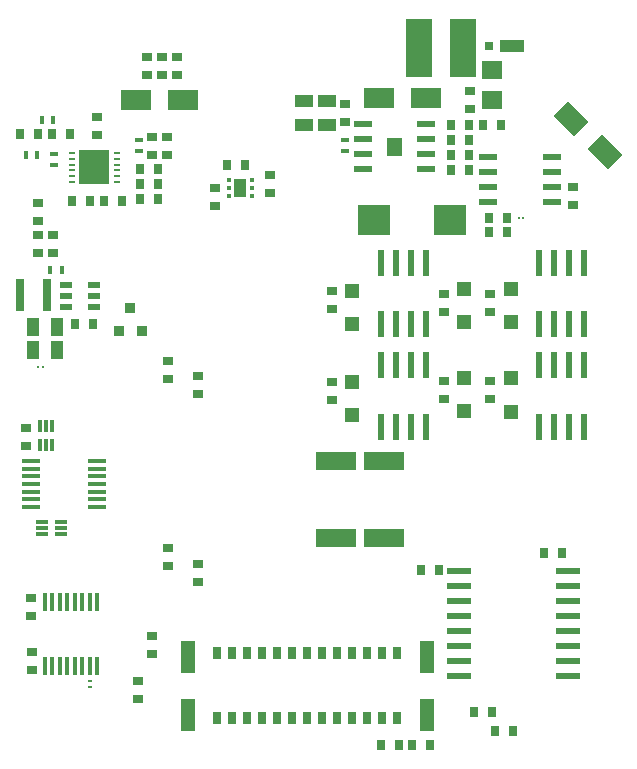
<source format=gbp>
G04*
G04 #@! TF.GenerationSoftware,Altium Limited,Altium Designer,22.0.2 (36)*
G04*
G04 Layer_Color=128*
%FSLAX25Y25*%
%MOIN*%
G70*
G04*
G04 #@! TF.SameCoordinates,03AFB46A-AB1F-498B-8AA6-452B2CF56A70*
G04*
G04*
G04 #@! TF.FilePolarity,Positive*
G04*
G01*
G75*
%ADD26R,0.03500X0.03000*%
%ADD29R,0.09843X0.06693*%
%ADD33R,0.04000X0.06000*%
%ADD35R,0.03000X0.03500*%
%ADD36R,0.10984X0.10118*%
%ADD44R,0.06000X0.04000*%
%ADD284R,0.01024X0.01063*%
%ADD285R,0.13386X0.06299*%
%ADD286R,0.01181X0.03898*%
%ADD287R,0.03898X0.01181*%
%ADD288R,0.01614X0.06299*%
%ADD289R,0.01457X0.01063*%
%ADD290R,0.07874X0.04331*%
%ADD291R,0.03150X0.03150*%
%ADD292R,0.07874X0.02362*%
%ADD293R,0.07000X0.06000*%
%ADD294R,0.03150X0.10630*%
%ADD295R,0.01800X0.02500*%
%ADD296R,0.03937X0.02362*%
%ADD297R,0.06102X0.01378*%
%ADD298R,0.03228X0.03622*%
%ADD299R,0.04724X0.04724*%
%ADD300R,0.04724X0.10630*%
%ADD301R,0.03150X0.04331*%
%ADD302R,0.02362X0.08661*%
G04:AMPARAMS|DCode=303|XSize=98.43mil|YSize=66.93mil|CornerRadius=0mil|HoleSize=0mil|Usage=FLASHONLY|Rotation=315.000|XOffset=0mil|YOffset=0mil|HoleType=Round|Shape=Rectangle|*
%AMROTATEDRECTD303*
4,1,4,-0.05846,0.01114,-0.01114,0.05846,0.05846,-0.01114,0.01114,-0.05846,-0.05846,0.01114,0.0*
%
%ADD303ROTATEDRECTD303*%

%ADD304R,0.06102X0.02362*%
%ADD305R,0.02500X0.01800*%
%ADD307R,0.06339X0.02284*%
%ADD308R,0.02362X0.00984*%
%ADD309R,0.10236X0.11811*%
%ADD310R,0.08661X0.19685*%
%ADD311R,0.01772X0.01181*%
%ADD312R,0.03937X0.06299*%
G36*
X24153Y207968D02*
X29153D01*
Y214032D01*
X24153D01*
Y207968D01*
D02*
G37*
D26*
X-49000Y133500D02*
D03*
Y139500D02*
D03*
X-38900Y72000D02*
D03*
Y66000D02*
D03*
X-49000Y71200D02*
D03*
Y77200D02*
D03*
X-38900Y128600D02*
D03*
Y134600D02*
D03*
X-96300Y117200D02*
D03*
Y111200D02*
D03*
X-94300Y42600D02*
D03*
Y36600D02*
D03*
X5600Y132500D02*
D03*
Y126500D02*
D03*
Y162900D02*
D03*
Y156900D02*
D03*
X58500Y156100D02*
D03*
X42900D02*
D03*
Y133100D02*
D03*
Y127100D02*
D03*
Y162100D02*
D03*
X58500Y133100D02*
D03*
Y127100D02*
D03*
Y162100D02*
D03*
X-58900Y32900D02*
D03*
Y26900D02*
D03*
X-54300Y47900D02*
D03*
Y41900D02*
D03*
X-92400Y192300D02*
D03*
Y186300D02*
D03*
X-45871Y241037D02*
D03*
Y235037D02*
D03*
X51800Y223800D02*
D03*
Y229800D02*
D03*
X10100Y219400D02*
D03*
Y225400D02*
D03*
X-50836Y241137D02*
D03*
Y235137D02*
D03*
X-55800D02*
D03*
Y241137D02*
D03*
X-92400Y181500D02*
D03*
Y175500D02*
D03*
X-87300D02*
D03*
Y181500D02*
D03*
X-94500Y60600D02*
D03*
Y54600D02*
D03*
X-54272Y208337D02*
D03*
Y214337D02*
D03*
X-49272Y208337D02*
D03*
Y214337D02*
D03*
X-14972Y201737D02*
D03*
Y195737D02*
D03*
X-33171Y197337D02*
D03*
Y191337D02*
D03*
X-72471Y215137D02*
D03*
Y221137D02*
D03*
X86028Y191737D02*
D03*
Y197737D02*
D03*
D29*
X37200Y227300D02*
D03*
X21452D02*
D03*
X-59548Y226600D02*
D03*
X-43800D02*
D03*
D33*
X-94100Y151000D02*
D03*
X-86100D02*
D03*
X-94100Y143400D02*
D03*
X-86100D02*
D03*
D35*
X-74000Y152100D02*
D03*
X-80000D02*
D03*
X56100Y218200D02*
D03*
X62100D02*
D03*
X45500Y208200D02*
D03*
X51500D02*
D03*
X45500Y213300D02*
D03*
X51500D02*
D03*
X-58271Y193700D02*
D03*
X-52271D02*
D03*
X59900Y16300D02*
D03*
X65900D02*
D03*
X53200Y22800D02*
D03*
X59200D02*
D03*
X-58271Y198669D02*
D03*
X-52271D02*
D03*
X-58271Y203637D02*
D03*
X-52271D02*
D03*
X-98172Y215300D02*
D03*
X-92172D02*
D03*
X-87500D02*
D03*
X-81500D02*
D03*
X58000Y187300D02*
D03*
X64000D02*
D03*
X58000Y182500D02*
D03*
X64000D02*
D03*
X51500Y203237D02*
D03*
X45500D02*
D03*
X28000Y11500D02*
D03*
X22000D02*
D03*
X32500D02*
D03*
X38500D02*
D03*
X51500Y218300D02*
D03*
X45500D02*
D03*
X76400Y75600D02*
D03*
X82400D02*
D03*
X35500Y70000D02*
D03*
X41500D02*
D03*
X-75072Y193037D02*
D03*
X-81072D02*
D03*
X-64400Y193100D02*
D03*
X-70400D02*
D03*
X-29372Y204937D02*
D03*
X-23371D02*
D03*
D36*
X19800Y186600D02*
D03*
X45154D02*
D03*
D44*
X3900Y218400D02*
D03*
Y226400D02*
D03*
X-3700Y218400D02*
D03*
Y226400D02*
D03*
D284*
X67932Y187200D02*
D03*
X69468D02*
D03*
X-92268Y137800D02*
D03*
X-90732D02*
D03*
D285*
X23086Y80705D02*
D03*
Y106295D02*
D03*
X7028Y80705D02*
D03*
Y106295D02*
D03*
D286*
X-91469Y111731D02*
D03*
X-89500D02*
D03*
X-87532D02*
D03*
Y118069D02*
D03*
X-89500D02*
D03*
X-91469D02*
D03*
D287*
X-84531Y86068D02*
D03*
Y84100D02*
D03*
Y82131D02*
D03*
X-90869D02*
D03*
Y84100D02*
D03*
Y86068D02*
D03*
D288*
X-80100Y38140D02*
D03*
X-77600D02*
D03*
X-90100D02*
D03*
X-87600D02*
D03*
X-85100D02*
D03*
X-82600D02*
D03*
X-75100D02*
D03*
X-72600D02*
D03*
Y59400D02*
D03*
X-75100D02*
D03*
X-77600D02*
D03*
X-80100D02*
D03*
X-82600D02*
D03*
X-85100D02*
D03*
X-87600D02*
D03*
X-90100D02*
D03*
D289*
X-75100Y30917D02*
D03*
Y33083D02*
D03*
D290*
X65540Y244500D02*
D03*
D291*
X58060D02*
D03*
D292*
X84507Y69600D02*
D03*
Y64600D02*
D03*
Y59600D02*
D03*
Y54600D02*
D03*
Y49600D02*
D03*
Y44600D02*
D03*
Y39600D02*
D03*
Y34600D02*
D03*
X47893D02*
D03*
Y39600D02*
D03*
Y44600D02*
D03*
Y49600D02*
D03*
Y54600D02*
D03*
Y59600D02*
D03*
Y64600D02*
D03*
Y69600D02*
D03*
D293*
X59000Y236800D02*
D03*
Y226800D02*
D03*
D294*
X-89272Y161500D02*
D03*
X-98328D02*
D03*
D295*
X-88150Y169900D02*
D03*
X-84450D02*
D03*
X-96222Y208437D02*
D03*
X-92522D02*
D03*
X-87172Y219837D02*
D03*
X-90872D02*
D03*
D296*
X-83124Y165040D02*
D03*
Y161300D02*
D03*
Y157560D02*
D03*
X-73676D02*
D03*
Y161300D02*
D03*
Y165040D02*
D03*
D297*
X-72693Y90938D02*
D03*
Y93497D02*
D03*
Y96056D02*
D03*
Y98615D02*
D03*
Y101174D02*
D03*
Y103733D02*
D03*
Y106292D02*
D03*
X-94740Y90938D02*
D03*
Y93497D02*
D03*
Y96056D02*
D03*
Y98615D02*
D03*
Y101174D02*
D03*
Y103733D02*
D03*
Y106292D02*
D03*
D298*
X-65240Y149563D02*
D03*
X-57760D02*
D03*
X-61500Y157437D02*
D03*
D299*
X65400Y163609D02*
D03*
Y152586D02*
D03*
X49800Y163612D02*
D03*
Y152588D02*
D03*
X12400Y163013D02*
D03*
Y151989D02*
D03*
X12403Y121688D02*
D03*
Y132712D02*
D03*
X65398Y122788D02*
D03*
Y133812D02*
D03*
X49800Y122900D02*
D03*
Y133924D02*
D03*
D300*
X-42323Y41072D02*
D03*
Y21780D02*
D03*
X37323Y41072D02*
D03*
Y21780D02*
D03*
D301*
X22500Y20599D02*
D03*
X17500D02*
D03*
X7500D02*
D03*
X2500D02*
D03*
X-2500D02*
D03*
X-7500D02*
D03*
X-12500D02*
D03*
X-17500D02*
D03*
X-22500D02*
D03*
X-27500D02*
D03*
X27500D02*
D03*
X12500D02*
D03*
X-32500D02*
D03*
Y42253D02*
D03*
X-27500D02*
D03*
X-22500D02*
D03*
X-17500D02*
D03*
X-12500D02*
D03*
X-7500D02*
D03*
X-2500D02*
D03*
X2500D02*
D03*
X7500D02*
D03*
X12500D02*
D03*
X17500D02*
D03*
X22500D02*
D03*
X27500D02*
D03*
D302*
X32000Y117800D02*
D03*
X74800Y151864D02*
D03*
X84800Y117800D02*
D03*
X22000Y151864D02*
D03*
X37000Y138272D02*
D03*
X32000D02*
D03*
X27000D02*
D03*
X22000D02*
D03*
Y117800D02*
D03*
X27000D02*
D03*
X37000D02*
D03*
Y151864D02*
D03*
X32000D02*
D03*
X27000D02*
D03*
X22000Y172336D02*
D03*
X27000D02*
D03*
X32000D02*
D03*
X37000D02*
D03*
X89800Y117800D02*
D03*
X79800D02*
D03*
X74800D02*
D03*
Y138272D02*
D03*
X79800D02*
D03*
X84800D02*
D03*
X89800D02*
D03*
Y151864D02*
D03*
X84800D02*
D03*
X79800D02*
D03*
X74800Y172336D02*
D03*
X79800D02*
D03*
X84800D02*
D03*
X89800D02*
D03*
D303*
X96668Y209332D02*
D03*
X85532Y220468D02*
D03*
D304*
X79058Y207737D02*
D03*
Y202737D02*
D03*
Y197737D02*
D03*
Y192737D02*
D03*
X57799D02*
D03*
Y197737D02*
D03*
Y202737D02*
D03*
Y207737D02*
D03*
D305*
X10200Y213450D02*
D03*
Y209750D02*
D03*
X-86900Y205100D02*
D03*
Y208800D02*
D03*
X-58772Y209637D02*
D03*
Y213337D02*
D03*
D307*
X16200Y218500D02*
D03*
Y213500D02*
D03*
Y208500D02*
D03*
Y203500D02*
D03*
X37106D02*
D03*
Y208500D02*
D03*
Y213500D02*
D03*
Y218500D02*
D03*
D308*
X-66071Y209074D02*
D03*
Y207106D02*
D03*
Y205137D02*
D03*
Y203169D02*
D03*
Y201200D02*
D03*
Y199232D02*
D03*
X-81032D02*
D03*
Y201200D02*
D03*
Y203169D02*
D03*
Y205137D02*
D03*
Y207106D02*
D03*
Y209074D02*
D03*
D309*
X-73552Y204153D02*
D03*
D310*
X49400Y244100D02*
D03*
X34833D02*
D03*
D311*
X-21071Y199855D02*
D03*
Y197296D02*
D03*
Y194737D02*
D03*
X-28749D02*
D03*
Y197296D02*
D03*
Y199855D02*
D03*
D312*
X-24910Y197296D02*
D03*
M02*

</source>
